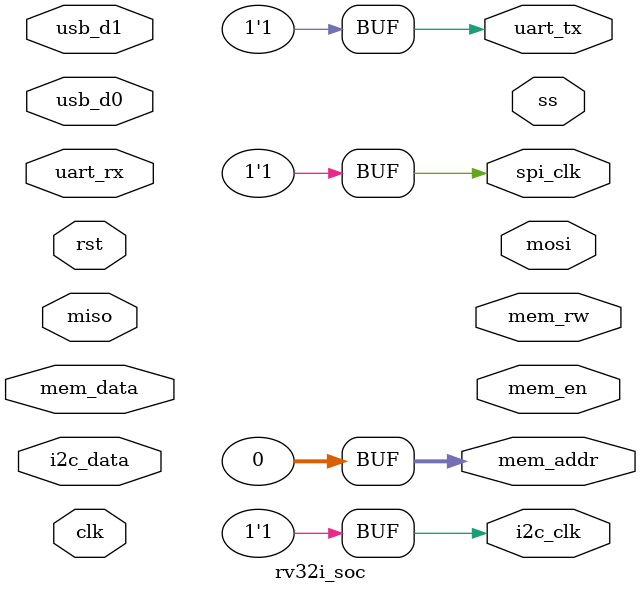
<source format=v>
module rv32i_soc(clk, rst, mem_addr, mem_data, mem_rw, mem_en, uart_tx, uart_rx, i2c_clk, i2c_data, spi_clk, mosi, miso, ss, usb_d0, usb_d1);
input clk;
input rst;

output reg [31:0] mem_addr = 32'b0;
inout reg [31:0] mem_data;
output reg mem_rw;
output reg mem_en;

output reg uart_tx = 1'b1;
input uart_rx;

output reg i2c_clk = 1'b1;
inout i2c_data;

output reg spi_clk = 1'b1;
output reg mosi;
input miso;
output reg ss;

inout usb_d0;
inout usb_d1;

reg [31:0] i_cache [0:3] [0:255];
reg [31:0] d_cache [0:3] [0:1023];

reg [7:0] uart_buf;
reg [7:0] i2c_buf;
reg [7:0] spi_buf;

always @(posedge clk)
begin
	
end

endmodule

</source>
